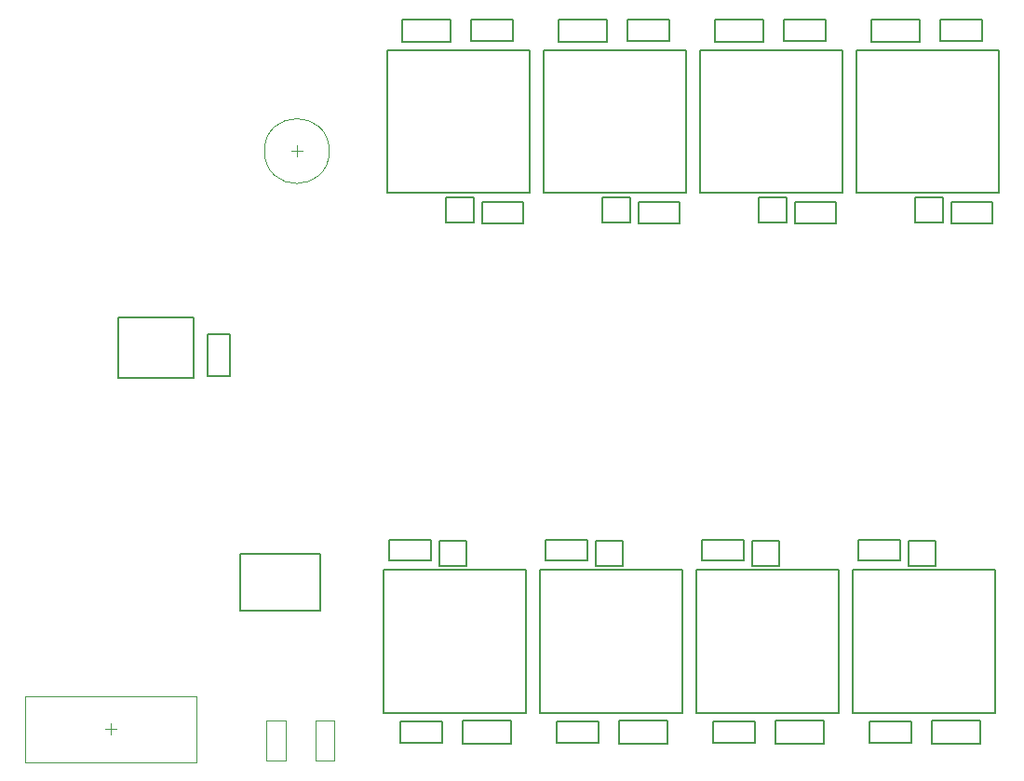
<source format=gbr>
G04*
G04 #@! TF.GenerationSoftware,Altium Limited,Altium Designer,24.0.1 (36)*
G04*
G04 Layer_Color=8388736*
%FSLAX25Y25*%
%MOIN*%
G70*
G04*
G04 #@! TF.SameCoordinates,A2E01C4A-C41F-4235-85C4-DC12FCC8AE1E*
G04*
G04*
G04 #@! TF.FilePolarity,Positive*
G04*
G01*
G75*
%ADD11C,0.00787*%
%ADD102C,0.00197*%
D11*
X370394Y404228D02*
Y411708D01*
Y404228D02*
X385191D01*
Y411708D01*
X370394D02*
X385191D01*
X357523Y404457D02*
Y413512D01*
Y404457D02*
X367366D01*
Y413512D01*
X357523D02*
X367366D01*
X336258Y466196D02*
X387439D01*
X336258Y415015D02*
Y466196D01*
Y415015D02*
X387439D01*
Y466196D01*
X359010Y468971D02*
Y477239D01*
X341687D02*
X359010D01*
X341687Y468971D02*
Y477239D01*
Y468971D02*
X359010D01*
X366254Y469266D02*
Y476944D01*
Y469266D02*
X381444D01*
Y476944D01*
X366254D02*
X381444D01*
X538394Y411708D02*
X553191D01*
Y404228D02*
Y411708D01*
X538394Y404228D02*
X553191D01*
X538394D02*
Y411708D01*
X525523Y413512D02*
X535366D01*
Y404457D02*
Y413512D01*
X525523Y404457D02*
X535366D01*
X525523D02*
Y413512D01*
X504258Y466196D02*
X555440D01*
X504258Y415015D02*
Y466196D01*
Y415015D02*
X555440D01*
Y466196D01*
X509688Y468971D02*
X527010D01*
X509688D02*
Y477239D01*
X527010D01*
Y468971D02*
Y477239D01*
X534254Y476944D02*
X549444D01*
Y469266D02*
Y476944D01*
X534254Y469266D02*
X549444D01*
X534254D02*
Y476944D01*
X393134Y283328D02*
X407931D01*
X393134D02*
Y290808D01*
X407931D01*
Y283328D02*
Y290808D01*
X337134Y283328D02*
X351930D01*
X337134D02*
Y290808D01*
X351930D01*
Y283328D02*
Y290808D01*
X354959Y281524D02*
X364802D01*
X354959D02*
Y290579D01*
X364802D01*
Y281524D02*
Y290579D01*
X334885Y228840D02*
Y280022D01*
X386067D01*
Y228840D02*
Y280022D01*
X334885Y228840D02*
X386067D01*
X363315Y226065D02*
X380637D01*
Y217797D02*
Y226065D01*
X363315Y217797D02*
X380637D01*
X363315D02*
Y226065D01*
X340881Y218092D02*
X356071D01*
X340881D02*
Y225769D01*
X356071D01*
Y218092D02*
Y225769D01*
X426394Y411708D02*
X441191D01*
Y404228D02*
Y411708D01*
X426394Y404228D02*
X441191D01*
X426394D02*
Y411708D01*
X422254Y476944D02*
X437444D01*
Y469266D02*
Y476944D01*
X422254Y469266D02*
X437444D01*
X422254D02*
Y476944D01*
X415010Y468971D02*
Y477239D01*
X397688D02*
X415010D01*
X397688Y468971D02*
Y477239D01*
Y468971D02*
X415010D01*
X471010D02*
Y477239D01*
X453687D02*
X471010D01*
X453687Y468971D02*
Y477239D01*
Y468971D02*
X471010D01*
X531315Y217797D02*
Y226065D01*
Y217797D02*
X548637D01*
Y226065D01*
X531315D02*
X548637D01*
X475315Y217797D02*
Y226065D01*
Y217797D02*
X492637D01*
Y226065D01*
X475315D02*
X492637D01*
X419315Y217797D02*
Y226065D01*
Y217797D02*
X436637D01*
Y226065D01*
X419315D02*
X436637D01*
X482394Y404228D02*
Y411708D01*
Y404228D02*
X497191D01*
Y411708D01*
X482394D02*
X497191D01*
X519931Y283328D02*
Y290808D01*
X505134D02*
X519931D01*
X505134Y283328D02*
Y290808D01*
Y283328D02*
X519931D01*
X463931D02*
Y290808D01*
X449134D02*
X463931D01*
X449134Y283328D02*
Y290808D01*
Y283328D02*
X463931D01*
X478254Y469266D02*
Y476944D01*
Y469266D02*
X493444D01*
Y476944D01*
X478254D02*
X493444D01*
X524071Y218092D02*
Y225769D01*
X508881D02*
X524071D01*
X508881Y218092D02*
Y225769D01*
Y218092D02*
X524071D01*
X468071D02*
Y225769D01*
X452881D02*
X468071D01*
X452881Y218092D02*
Y225769D01*
Y218092D02*
X468071D01*
X412071D02*
Y225769D01*
X396881D02*
X412071D01*
X396881Y218092D02*
Y225769D01*
Y218092D02*
X412071D01*
X392258Y466196D02*
X443439D01*
X392258Y415015D02*
Y466196D01*
Y415015D02*
X443439D01*
Y466196D01*
X413523Y404457D02*
Y413512D01*
Y404457D02*
X423366D01*
Y413512D01*
X413523D02*
X423366D01*
X448258Y466196D02*
X499439D01*
X448258Y415015D02*
Y466196D01*
Y415015D02*
X499439D01*
Y466196D01*
X469523Y404457D02*
Y413512D01*
Y404457D02*
X479366D01*
Y413512D01*
X469523D02*
X479366D01*
X502885Y228840D02*
X554067D01*
Y280022D01*
X502885D02*
X554067D01*
X502885Y228840D02*
Y280022D01*
X532802Y281524D02*
Y290579D01*
X522959D02*
X532802D01*
X522959Y281524D02*
Y290579D01*
Y281524D02*
X532802D01*
X446885Y228840D02*
X498067D01*
Y280022D01*
X446885D02*
X498067D01*
X446885Y228840D02*
Y280022D01*
X476802Y281524D02*
Y290579D01*
X466959D02*
X476802D01*
X466959Y281524D02*
Y290579D01*
Y281524D02*
X476802D01*
X390885Y228840D02*
X442067D01*
Y280022D01*
X390885D02*
X442067D01*
X390885Y228840D02*
Y280022D01*
X420802Y281524D02*
Y290579D01*
X410959D02*
X420802D01*
X410959Y281524D02*
Y290579D01*
Y281524D02*
X420802D01*
X283715Y265307D02*
X312285D01*
X283715D02*
Y285693D01*
X312285D01*
Y265307D02*
Y285693D01*
X271866Y349520D02*
Y364480D01*
X280134D01*
Y349520D02*
Y364480D01*
X271866Y349520D02*
X280134D01*
X266886Y348673D02*
Y370327D01*
X240114D02*
X266886D01*
X240114Y348673D02*
Y370327D01*
Y348673D02*
X266886D01*
D102*
X315614Y430000D02*
G03*
X315614Y430000I-11614J0D01*
G01*
X302031D02*
X305968D01*
X304000Y428031D02*
Y431968D01*
X293055Y211913D02*
X299945D01*
Y226087D01*
X293055D02*
X299945D01*
X293055Y211913D02*
Y226087D01*
X310555Y211913D02*
X317445D01*
Y226087D01*
X310555D02*
X317445D01*
X310555Y211913D02*
Y226087D01*
X206535Y211189D02*
X267992D01*
X206535D02*
Y234811D01*
X267992D01*
Y211189D02*
Y234811D01*
X235295Y223000D02*
X239232D01*
X237264Y221031D02*
Y224969D01*
M02*

</source>
